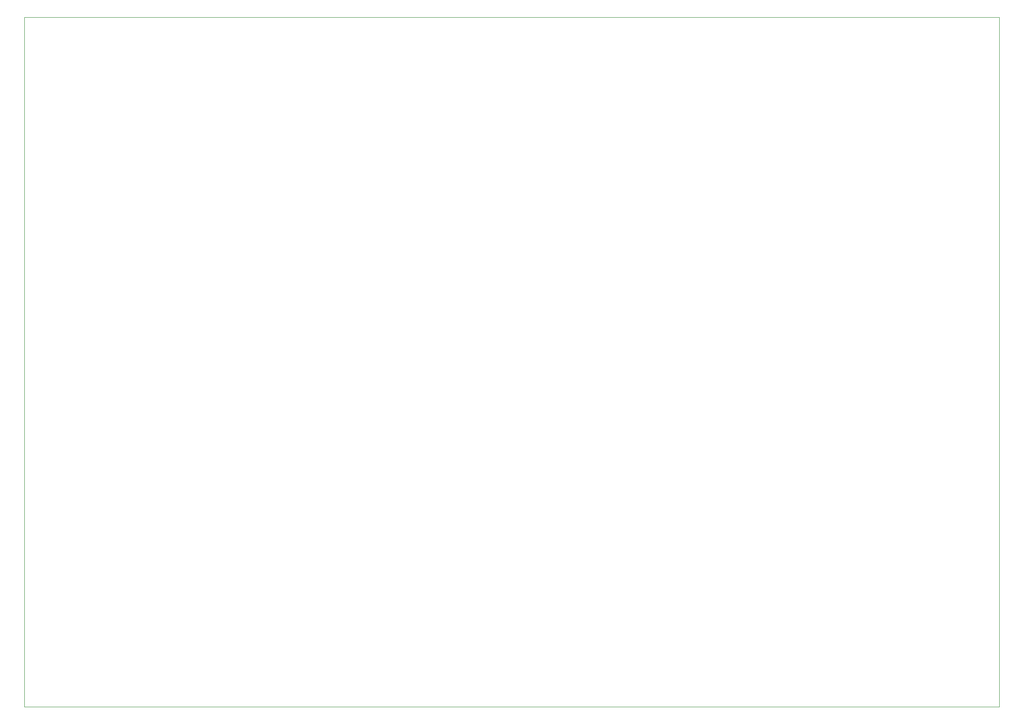
<source format=gm1>
G04 #@! TF.GenerationSoftware,KiCad,Pcbnew,(5.1.2)-2*
G04 #@! TF.CreationDate,2019-06-30T10:01:43-04:00*
G04 #@! TF.ProjectId,controller,636f6e74-726f-46c6-9c65-722e6b696361,rev?*
G04 #@! TF.SameCoordinates,Original*
G04 #@! TF.FileFunction,Profile,NP*
%FSLAX46Y46*%
G04 Gerber Fmt 4.6, Leading zero omitted, Abs format (unit mm)*
G04 Created by KiCad (PCBNEW (5.1.2)-2) date 2019-06-30 10:01:43*
%MOMM*%
%LPD*%
G04 APERTURE LIST*
%ADD10C,0.050000*%
G04 APERTURE END LIST*
D10*
X236855000Y-22225000D02*
X236220000Y-22225000D01*
X236855000Y-154305000D02*
X236855000Y-22225000D01*
X50165000Y-154305000D02*
X236855000Y-154305000D01*
X50165000Y-153035000D02*
X50165000Y-154305000D01*
X50165000Y-22225000D02*
X50165000Y-153035000D01*
X132715000Y-22225000D02*
X50165000Y-22225000D01*
X236220000Y-22225000D02*
X132715000Y-22225000D01*
M02*

</source>
